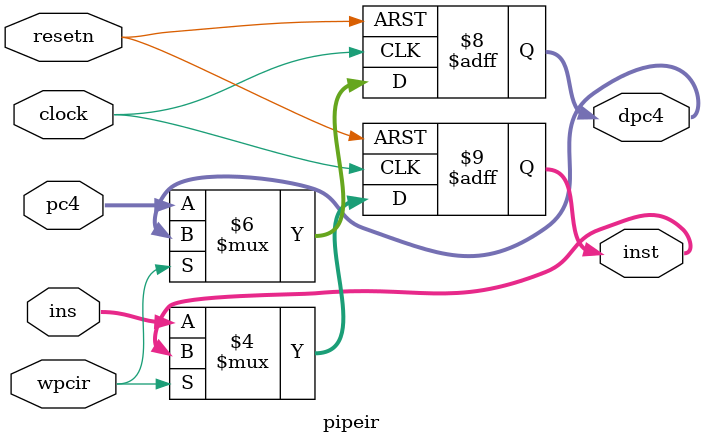
<source format=v>
module pipeir(pc4,ins,wpcir,clock,resetn,dpc4,inst);
	input  [31:0]	pc4, ins;
	input 			wpcir, clock, resetn;
	output reg [31:0]	dpc4, inst;
	
	// if stall, hang on; else assign with input
	
	always @ (posedge clock or negedge resetn) begin
		if (~resetn) begin
			dpc4 <= 0;
			inst <= 0;
		end else begin
			if (~wpcir) begin
				dpc4 <= pc4;
				inst <= ins;
			end
		end
	end
endmodule

</source>
